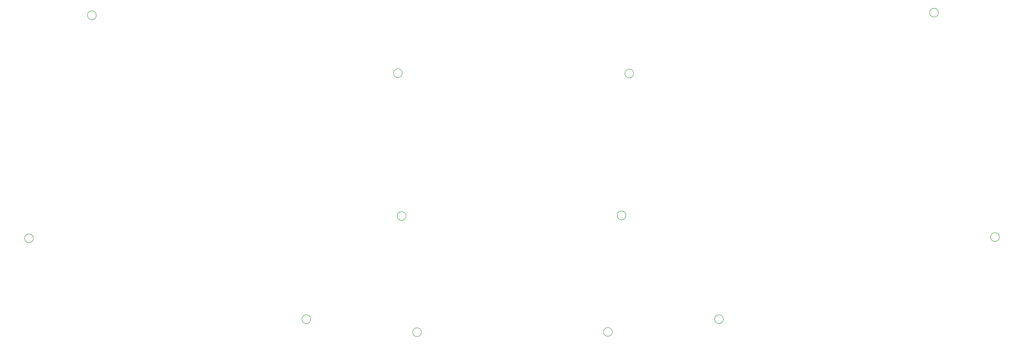
<source format=gbr>
G04 #@! TF.GenerationSoftware,KiCad,Pcbnew,(5.1.10)-1*
G04 #@! TF.CreationDate,2021-10-09T15:14:34+01:00*
G04 #@! TF.ProjectId,superlyra-hs-plate,73757065-726c-4797-9261-2d68732d706c,0.1*
G04 #@! TF.SameCoordinates,Original*
G04 #@! TF.FileFunction,Other,Comment*
%FSLAX46Y46*%
G04 Gerber Fmt 4.6, Leading zero omitted, Abs format (unit mm)*
G04 Created by KiCad (PCBNEW (5.1.10)-1) date 2021-10-09 15:14:34*
%MOMM*%
%LPD*%
G01*
G04 APERTURE LIST*
%ADD10C,0.150000*%
G04 APERTURE END LIST*
D10*
G04 #@! TO.C,H1*
X44295000Y-60833000D02*
G75*
G03*
X44295000Y-60833000I-1750000J0D01*
G01*
G04 #@! TO.C,H5*
X129639000Y-182118000D02*
G75*
G03*
X129639000Y-182118000I-1750000J0D01*
G01*
G04 #@! TO.C,H7*
X167612000Y-140970000D02*
G75*
G03*
X167612000Y-140970000I-1750000J0D01*
G01*
G04 #@! TO.C,H8*
X19276000Y-149860000D02*
G75*
G03*
X19276000Y-149860000I-1750000J0D01*
G01*
G04 #@! TO.C,H9*
X173708000Y-187325000D02*
G75*
G03*
X173708000Y-187325000I-1750000J0D01*
G01*
G04 #@! TO.C,H10*
X166088000Y-83947000D02*
G75*
G03*
X166088000Y-83947000I-1750000J0D01*
G01*
G04 #@! TO.C,H11*
X258163000Y-84074000D02*
G75*
G03*
X258163000Y-84074000I-1750000J0D01*
G01*
G04 #@! TO.C,H12*
X255115000Y-140716000D02*
G75*
G03*
X255115000Y-140716000I-1750000J0D01*
G01*
G04 #@! TO.C,H13*
X403705000Y-149352000D02*
G75*
G03*
X403705000Y-149352000I-1750000J0D01*
G01*
G04 #@! TO.C,H15*
X249654000Y-187198000D02*
G75*
G03*
X249654000Y-187198000I-1750000J0D01*
G01*
G04 #@! TO.C,H16*
X293850000Y-182118000D02*
G75*
G03*
X293850000Y-182118000I-1750000J0D01*
G01*
G04 #@! TO.C,H20*
X379448000Y-59817000D02*
G75*
G03*
X379448000Y-59817000I-1750000J0D01*
G01*
G04 #@! TD*
M02*

</source>
